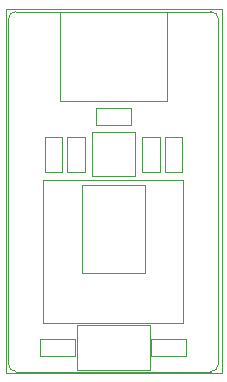
<source format=gbr>
%TF.GenerationSoftware,KiCad,Pcbnew,5.1.5+dfsg1-2~bpo10+1*%
%TF.CreationDate,Date%
%TF.ProjectId,ProMicro_BUS,50726f4d-6963-4726-9f5f-4255532e6b69,v1.2*%
%TF.SameCoordinates,Original*%
%TF.FileFunction,Other,User*%
%FSLAX45Y45*%
G04 Gerber Fmt 4.5, Leading zero omitted, Abs format (unit mm)*
G04 Created by KiCad*
%MOMM*%
%LPD*%
G04 APERTURE LIST*
%ADD10C,0.100000*%
%ADD11C,0.050000*%
G04 APERTURE END LIST*
D10*
X1651000Y63500D02*
X1651000Y-2857500D01*
X-127000Y-2857500D02*
X-127000Y63500D01*
X-63500Y-2921000D02*
G75*
G02X-127000Y-2857500I0J63500D01*
G01*
X1651000Y-2857500D02*
G75*
G02X1587500Y-2921000I-63500J0D01*
G01*
X1587500Y127000D02*
G75*
G02X1651000Y63500I0J-63500D01*
G01*
X-127000Y63500D02*
G75*
G02X-63500Y127000I63500J0D01*
G01*
X1587500Y-2921000D02*
X-63500Y-2921000D01*
X-63500Y127000D02*
X1587500Y127000D01*
D11*
X-150000Y150000D02*
X1680000Y150000D01*
X-150000Y150000D02*
X-150000Y-2930000D01*
X1680000Y-2930000D02*
X1680000Y150000D01*
X1680000Y-2930000D02*
X-150000Y-2930000D01*
X492000Y-2084500D02*
X1032000Y-2084500D01*
X1032000Y-2084500D02*
X1032000Y-1344500D01*
X1032000Y-1344500D02*
X492000Y-1344500D01*
X492000Y-1344500D02*
X492000Y-2084500D01*
X1343000Y-931500D02*
X1343000Y-1227500D01*
X1197000Y-931500D02*
X1343000Y-931500D01*
X1197000Y-1227500D02*
X1197000Y-931500D01*
X1343000Y-1227500D02*
X1197000Y-1227500D01*
X1152500Y-931500D02*
X1152500Y-1227500D01*
X1006500Y-931500D02*
X1152500Y-931500D01*
X1006500Y-1227500D02*
X1006500Y-931500D01*
X1152500Y-1227500D02*
X1006500Y-1227500D01*
X327000Y-931500D02*
X327000Y-1227500D01*
X181000Y-931500D02*
X327000Y-931500D01*
X181000Y-1227500D02*
X181000Y-931500D01*
X327000Y-1227500D02*
X181000Y-1227500D01*
X1072000Y-2527800D02*
X452000Y-2527800D01*
X1072000Y-2907800D02*
X1072000Y-2527800D01*
X452000Y-2907800D02*
X1072000Y-2907800D01*
X452000Y-2527800D02*
X452000Y-2907800D01*
X144100Y-2644800D02*
X440100Y-2644800D01*
X144100Y-2790800D02*
X144100Y-2644800D01*
X440100Y-2790800D02*
X144100Y-2790800D01*
X440100Y-2644800D02*
X440100Y-2790800D01*
X1083900Y-2644800D02*
X1379900Y-2644800D01*
X1083900Y-2790800D02*
X1083900Y-2644800D01*
X1379900Y-2790800D02*
X1083900Y-2790800D01*
X1379900Y-2644800D02*
X1379900Y-2790800D01*
X582000Y-1269500D02*
X942000Y-1269500D01*
X942000Y-1269500D02*
X942000Y-889500D01*
X942000Y-889500D02*
X582000Y-889500D01*
X582000Y-889500D02*
X582000Y-1269500D01*
X169000Y-1303000D02*
X169000Y-2507000D01*
X169000Y-2507000D02*
X1355000Y-2507000D01*
X1355000Y-2507000D02*
X1355000Y-1303000D01*
X1355000Y-1303000D02*
X169000Y-1303000D01*
X614000Y-835000D02*
X614000Y-689000D01*
X614000Y-689000D02*
X910000Y-689000D01*
X910000Y-689000D02*
X910000Y-835000D01*
X910000Y-835000D02*
X614000Y-835000D01*
X308000Y121000D02*
X308000Y-629000D01*
X308000Y-629000D02*
X1216000Y-629000D01*
X1216000Y-629000D02*
X1216000Y121000D01*
X1216000Y121000D02*
X308000Y121000D01*
X517500Y-931500D02*
X517500Y-1227500D01*
X371500Y-931500D02*
X517500Y-931500D01*
X371500Y-1227500D02*
X371500Y-931500D01*
X517500Y-1227500D02*
X371500Y-1227500D01*
M02*

</source>
